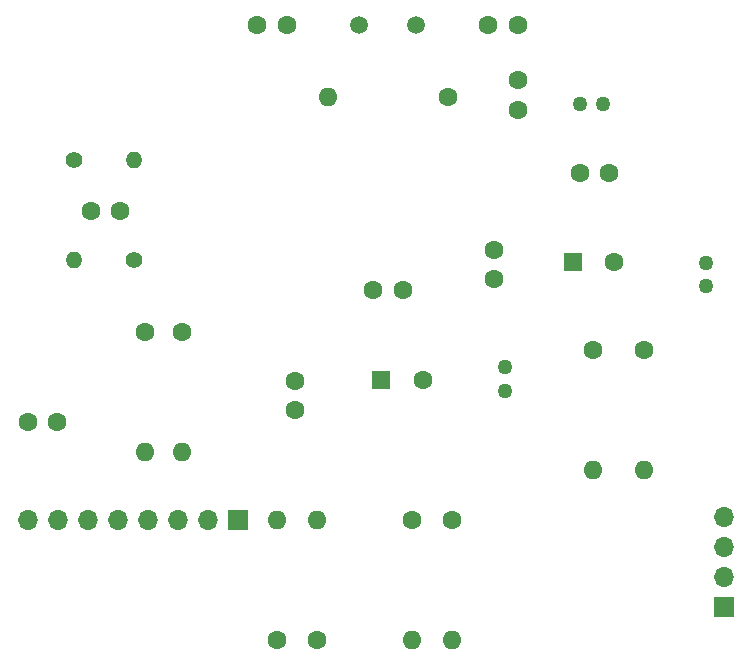
<source format=gbs>
G04 #@! TF.GenerationSoftware,KiCad,Pcbnew,(6.0.10)*
G04 #@! TF.CreationDate,2023-07-12T01:57:19+10:00*
G04 #@! TF.ProjectId,DAC,4441432e-6b69-4636-9164-5f7063625858,rev?*
G04 #@! TF.SameCoordinates,Original*
G04 #@! TF.FileFunction,Soldermask,Bot*
G04 #@! TF.FilePolarity,Negative*
%FSLAX46Y46*%
G04 Gerber Fmt 4.6, Leading zero omitted, Abs format (unit mm)*
G04 Created by KiCad (PCBNEW (6.0.10)) date 2023-07-12 01:57:19*
%MOMM*%
%LPD*%
G01*
G04 APERTURE LIST*
%ADD10C,1.600000*%
%ADD11O,1.600000X1.600000*%
%ADD12R,1.600000X1.600000*%
%ADD13C,1.270000*%
%ADD14C,1.500000*%
%ADD15C,1.400000*%
%ADD16O,1.400000X1.400000*%
%ADD17R,1.700000X1.700000*%
%ADD18O,1.700000X1.700000*%
G04 APERTURE END LIST*
D10*
X177419000Y-70465000D03*
X177419000Y-67965000D03*
X145796000Y-89281000D03*
D11*
X145796000Y-99441000D03*
D10*
X138410000Y-96901000D03*
X135910000Y-96901000D03*
X188087000Y-90805000D03*
D11*
X188087000Y-100965000D03*
D10*
X148971000Y-89281000D03*
D11*
X148971000Y-99441000D03*
D12*
X182019000Y-83312000D03*
D10*
X185519000Y-83312000D03*
X171831000Y-105156000D03*
D11*
X171831000Y-115316000D03*
D10*
X158496000Y-95885000D03*
X158496000Y-93385000D03*
D13*
X193294000Y-85391500D03*
X193294000Y-83391500D03*
X182626000Y-69977000D03*
X184626000Y-69977000D03*
D10*
X171450000Y-69342000D03*
D11*
X161290000Y-69342000D03*
D10*
X174879000Y-63246000D03*
X177379000Y-63246000D03*
X182646000Y-75819000D03*
X185146000Y-75819000D03*
D14*
X163920000Y-63246000D03*
X168800000Y-63246000D03*
D10*
X167640000Y-85725000D03*
X165140000Y-85725000D03*
X168402000Y-105156000D03*
D11*
X168402000Y-115316000D03*
D15*
X144907000Y-83185000D03*
D16*
X139827000Y-83185000D03*
D10*
X160401000Y-115316000D03*
D11*
X160401000Y-105156000D03*
D13*
X176276000Y-94234000D03*
X176276000Y-92234000D03*
D10*
X155321000Y-63246000D03*
X157821000Y-63246000D03*
D17*
X194868000Y-112512500D03*
D18*
X194868000Y-109972500D03*
X194868000Y-107432500D03*
X194868000Y-104892500D03*
D15*
X139827000Y-74676000D03*
D16*
X144907000Y-74676000D03*
D10*
X156972000Y-115316000D03*
D11*
X156972000Y-105156000D03*
D10*
X183769000Y-90805000D03*
D11*
X183769000Y-100965000D03*
D17*
X153690000Y-105156000D03*
D18*
X151150000Y-105156000D03*
X148610000Y-105156000D03*
X146070000Y-105156000D03*
X143530000Y-105156000D03*
X140990000Y-105156000D03*
X138450000Y-105156000D03*
X135910000Y-105156000D03*
D12*
X165843000Y-93345000D03*
D10*
X169343000Y-93345000D03*
X141244000Y-78994000D03*
X143744000Y-78994000D03*
X175387000Y-84816000D03*
X175387000Y-82316000D03*
M02*

</source>
